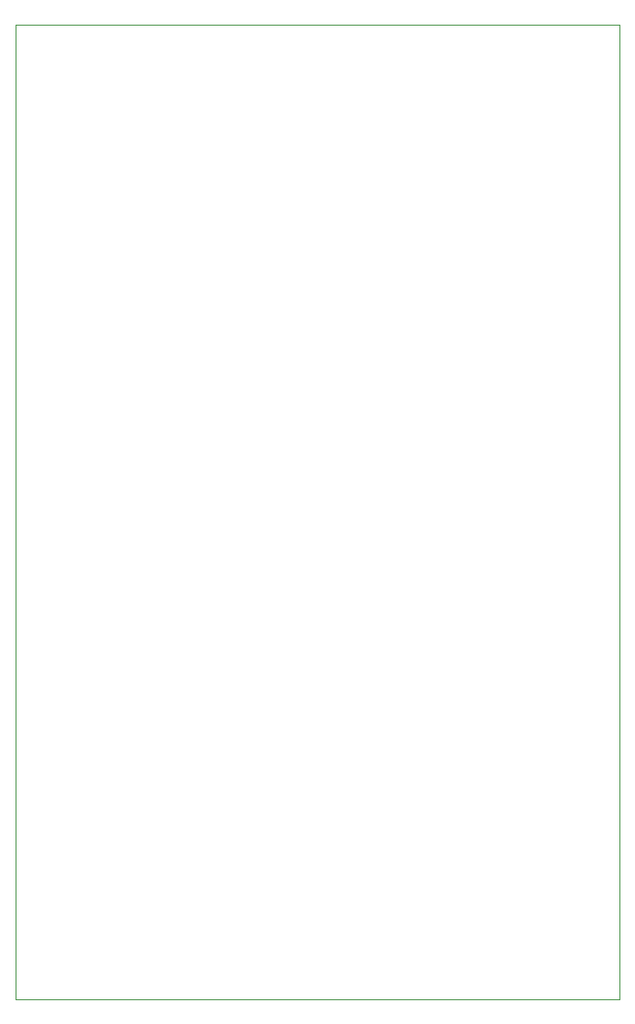
<source format=gbr>
%FSLAX34Y34*%
%MOMM*%
%LNOUTLINE*%
G71*
G01*
%ADD10C, 0.10*%
%LPD*%
G54D10*
X25400Y977900D02*
X25400Y76200D01*
X584200Y76200D01*
X584200Y977900D01*
X25400Y977900D01*
M02*

</source>
